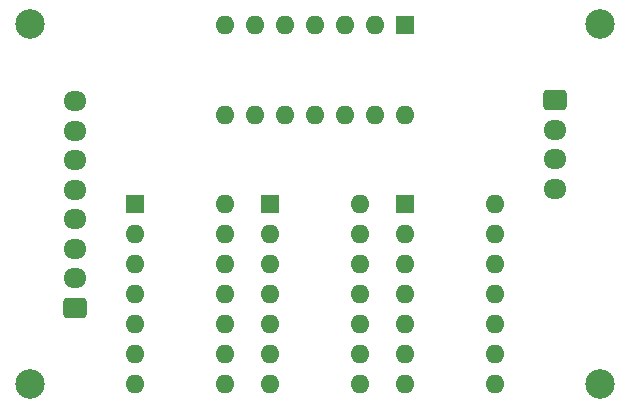
<source format=gbr>
%TF.GenerationSoftware,KiCad,Pcbnew,(6.0.6)*%
%TF.CreationDate,2022-12-02T12:02:17+05:30*%
%TF.ProjectId,exp11,65787031-312e-46b6-9963-61645f706362,rev?*%
%TF.SameCoordinates,Original*%
%TF.FileFunction,Soldermask,Bot*%
%TF.FilePolarity,Negative*%
%FSLAX46Y46*%
G04 Gerber Fmt 4.6, Leading zero omitted, Abs format (unit mm)*
G04 Created by KiCad (PCBNEW (6.0.6)) date 2022-12-02 12:02:17*
%MOMM*%
%LPD*%
G01*
G04 APERTURE LIST*
G04 Aperture macros list*
%AMRoundRect*
0 Rectangle with rounded corners*
0 $1 Rounding radius*
0 $2 $3 $4 $5 $6 $7 $8 $9 X,Y pos of 4 corners*
0 Add a 4 corners polygon primitive as box body*
4,1,4,$2,$3,$4,$5,$6,$7,$8,$9,$2,$3,0*
0 Add four circle primitives for the rounded corners*
1,1,$1+$1,$2,$3*
1,1,$1+$1,$4,$5*
1,1,$1+$1,$6,$7*
1,1,$1+$1,$8,$9*
0 Add four rect primitives between the rounded corners*
20,1,$1+$1,$2,$3,$4,$5,0*
20,1,$1+$1,$4,$5,$6,$7,0*
20,1,$1+$1,$6,$7,$8,$9,0*
20,1,$1+$1,$8,$9,$2,$3,0*%
G04 Aperture macros list end*
%ADD10R,1.600000X1.600000*%
%ADD11O,1.600000X1.600000*%
%ADD12RoundRect,0.250000X0.725000X-0.600000X0.725000X0.600000X-0.725000X0.600000X-0.725000X-0.600000X0*%
%ADD13O,1.950000X1.700000*%
%ADD14RoundRect,0.250000X-0.725000X0.600000X-0.725000X-0.600000X0.725000X-0.600000X0.725000X0.600000X0*%
%ADD15C,2.500000*%
G04 APERTURE END LIST*
D10*
%TO.C,U1*%
X123200000Y-102865000D03*
D11*
X123200000Y-105405000D03*
X123200000Y-107945000D03*
X123200000Y-110485000D03*
X123200000Y-113025000D03*
X123200000Y-115565000D03*
X123200000Y-118105000D03*
X130820000Y-118105000D03*
X130820000Y-115565000D03*
X130820000Y-113025000D03*
X130820000Y-110485000D03*
X130820000Y-107945000D03*
X130820000Y-105405000D03*
X130820000Y-102865000D03*
%TD*%
D12*
%TO.C,J2*%
X95250000Y-111620000D03*
D13*
X95250000Y-109120000D03*
X95250000Y-106620000D03*
X95250000Y-104120000D03*
X95250000Y-101620000D03*
X95250000Y-99120000D03*
X95250000Y-96620000D03*
X95250000Y-94120000D03*
%TD*%
D14*
%TO.C,J1*%
X135897500Y-94040000D03*
D13*
X135897500Y-96540000D03*
X135897500Y-99040000D03*
X135897500Y-101540000D03*
%TD*%
D10*
%TO.C,U4*%
X123195000Y-87640000D03*
D11*
X120655000Y-87640000D03*
X118115000Y-87640000D03*
X115575000Y-87640000D03*
X113035000Y-87640000D03*
X110495000Y-87640000D03*
X107955000Y-87640000D03*
X107955000Y-95260000D03*
X110495000Y-95260000D03*
X113035000Y-95260000D03*
X115575000Y-95260000D03*
X118115000Y-95260000D03*
X120655000Y-95260000D03*
X123195000Y-95260000D03*
%TD*%
D15*
%TO.C,H2*%
X91440000Y-87630000D03*
%TD*%
D10*
%TO.C,U3*%
X100340000Y-102865000D03*
D11*
X100340000Y-105405000D03*
X100340000Y-107945000D03*
X100340000Y-110485000D03*
X100340000Y-113025000D03*
X100340000Y-115565000D03*
X100340000Y-118105000D03*
X107960000Y-118105000D03*
X107960000Y-115565000D03*
X107960000Y-113025000D03*
X107960000Y-110485000D03*
X107960000Y-107945000D03*
X107960000Y-105405000D03*
X107960000Y-102865000D03*
%TD*%
D15*
%TO.C,H4*%
X139700000Y-87630000D03*
%TD*%
%TO.C,H3*%
X91440000Y-118110000D03*
%TD*%
%TO.C,H1*%
X139700000Y-118110000D03*
%TD*%
D10*
%TO.C,U2*%
X111770000Y-102865000D03*
D11*
X111770000Y-105405000D03*
X111770000Y-107945000D03*
X111770000Y-110485000D03*
X111770000Y-113025000D03*
X111770000Y-115565000D03*
X111770000Y-118105000D03*
X119390000Y-118105000D03*
X119390000Y-115565000D03*
X119390000Y-113025000D03*
X119390000Y-110485000D03*
X119390000Y-107945000D03*
X119390000Y-105405000D03*
X119390000Y-102865000D03*
%TD*%
M02*

</source>
